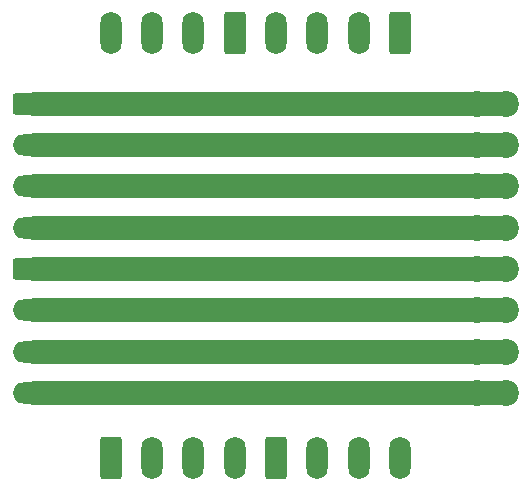
<source format=gbr>
%TF.GenerationSoftware,KiCad,Pcbnew,8.0.2*%
%TF.CreationDate,2024-09-12T21:38:04+02:00*%
%TF.ProjectId,splitX_pluggable_8p,73706c69-7458-45f7-906c-75676761626c,rev?*%
%TF.SameCoordinates,Original*%
%TF.FileFunction,Copper,L1,Top*%
%TF.FilePolarity,Positive*%
%FSLAX46Y46*%
G04 Gerber Fmt 4.6, Leading zero omitted, Abs format (unit mm)*
G04 Created by KiCad (PCBNEW 8.0.2) date 2024-09-12 21:38:04*
%MOMM*%
%LPD*%
G01*
G04 APERTURE LIST*
G04 Aperture macros list*
%AMRoundRect*
0 Rectangle with rounded corners*
0 $1 Rounding radius*
0 $2 $3 $4 $5 $6 $7 $8 $9 X,Y pos of 4 corners*
0 Add a 4 corners polygon primitive as box body*
4,1,4,$2,$3,$4,$5,$6,$7,$8,$9,$2,$3,0*
0 Add four circle primitives for the rounded corners*
1,1,$1+$1,$2,$3*
1,1,$1+$1,$4,$5*
1,1,$1+$1,$6,$7*
1,1,$1+$1,$8,$9*
0 Add four rect primitives between the rounded corners*
20,1,$1+$1,$2,$3,$4,$5,0*
20,1,$1+$1,$4,$5,$6,$7,0*
20,1,$1+$1,$6,$7,$8,$9,0*
20,1,$1+$1,$8,$9,$2,$3,0*%
G04 Aperture macros list end*
%TA.AperFunction,ComponentPad*%
%ADD10RoundRect,0.250000X-1.550000X0.650000X-1.550000X-0.650000X1.550000X-0.650000X1.550000X0.650000X0*%
%TD*%
%TA.AperFunction,ComponentPad*%
%ADD11O,3.600000X1.800000*%
%TD*%
%TA.AperFunction,ComponentPad*%
%ADD12RoundRect,0.250000X0.650000X1.550000X-0.650000X1.550000X-0.650000X-1.550000X0.650000X-1.550000X0*%
%TD*%
%TA.AperFunction,ComponentPad*%
%ADD13O,1.800000X3.600000*%
%TD*%
%TA.AperFunction,ComponentPad*%
%ADD14RoundRect,0.250000X-0.650000X-1.550000X0.650000X-1.550000X0.650000X1.550000X-0.650000X1.550000X0*%
%TD*%
%TA.AperFunction,ComponentPad*%
%ADD15C,2.200000*%
%TD*%
%TA.AperFunction,ViaPad*%
%ADD16C,0.500000*%
%TD*%
%TA.AperFunction,Conductor*%
%ADD17C,2.000000*%
%TD*%
G04 APERTURE END LIST*
D10*
%TO.P,J42,1,Pin_1*%
%TO.N,Net-(J12-Pin_4)*%
X138500000Y-95000000D03*
D11*
%TO.P,J42,2,Pin_2*%
%TO.N,Net-(J12-Pin_3)*%
X138500000Y-98500000D03*
%TO.P,J42,3,Pin_3*%
%TO.N,Net-(J12-Pin_2)*%
X138500000Y-102000000D03*
%TO.P,J42,4,Pin_4*%
%TO.N,Net-(J12-Pin_1)*%
X138500000Y-105500000D03*
%TD*%
D12*
%TO.P,J21,1,Pin_1*%
%TO.N,Net-(J11-Pin_1)*%
X169500000Y-89000000D03*
D13*
%TO.P,J21,2,Pin_2*%
%TO.N,Net-(J11-Pin_2)*%
X166000000Y-89000000D03*
%TO.P,J21,3,Pin_3*%
%TO.N,Net-(J11-Pin_3)*%
X162500000Y-89000000D03*
%TO.P,J21,4,Pin_4*%
%TO.N,Net-(J11-Pin_4)*%
X159000000Y-89000000D03*
%TD*%
D14*
%TO.P,J31,1,Pin_1*%
%TO.N,Net-(J11-Pin_4)*%
X159000000Y-125000000D03*
D13*
%TO.P,J31,2,Pin_2*%
%TO.N,Net-(J11-Pin_3)*%
X162500000Y-125000000D03*
%TO.P,J31,3,Pin_3*%
%TO.N,Net-(J11-Pin_2)*%
X166000000Y-125000000D03*
%TO.P,J31,4,Pin_4*%
%TO.N,Net-(J11-Pin_1)*%
X169500000Y-125000000D03*
%TD*%
D14*
%TO.P,J32,1,Pin_1*%
%TO.N,Net-(J12-Pin_4)*%
X145000000Y-125000000D03*
D13*
%TO.P,J32,2,Pin_2*%
%TO.N,Net-(J12-Pin_3)*%
X148500000Y-125000000D03*
%TO.P,J32,3,Pin_3*%
%TO.N,Net-(J12-Pin_2)*%
X152000000Y-125000000D03*
%TO.P,J32,4,Pin_4*%
%TO.N,Net-(J12-Pin_1)*%
X155500000Y-125000000D03*
%TD*%
D15*
%TO.P,J11,1,Pin_1*%
%TO.N,Net-(J11-Pin_1)*%
X176000000Y-119500000D03*
X178500000Y-119500000D03*
%TO.P,J11,2,Pin_2*%
%TO.N,Net-(J11-Pin_2)*%
X176000000Y-116000000D03*
X178500000Y-116000000D03*
%TO.P,J11,3,Pin_3*%
%TO.N,Net-(J11-Pin_3)*%
X176000000Y-112500000D03*
X178500000Y-112500000D03*
%TO.P,J11,4,Pin_4*%
%TO.N,Net-(J11-Pin_4)*%
X176000000Y-109000000D03*
X178500000Y-109000000D03*
%TD*%
D12*
%TO.P,J22,1,Pin_1*%
%TO.N,Net-(J12-Pin_1)*%
X155500000Y-89000000D03*
D13*
%TO.P,J22,2,Pin_2*%
%TO.N,Net-(J12-Pin_2)*%
X152000000Y-89000000D03*
%TO.P,J22,3,Pin_3*%
%TO.N,Net-(J12-Pin_3)*%
X148500000Y-89000000D03*
%TO.P,J22,4,Pin_4*%
%TO.N,Net-(J12-Pin_4)*%
X145000000Y-89000000D03*
%TD*%
D15*
%TO.P,J12,1,Pin_1*%
%TO.N,Net-(J12-Pin_1)*%
X176000000Y-105500000D03*
X178500000Y-105500000D03*
%TO.P,J12,2,Pin_2*%
%TO.N,Net-(J12-Pin_2)*%
X176000000Y-102000000D03*
X178500000Y-102000000D03*
%TO.P,J12,3,Pin_3*%
%TO.N,Net-(J12-Pin_3)*%
X176000000Y-98500000D03*
X178500000Y-98500000D03*
%TO.P,J12,4,Pin_4*%
%TO.N,Net-(J12-Pin_4)*%
X176000000Y-95000000D03*
X178500000Y-95000000D03*
%TD*%
D10*
%TO.P,J41,1,Pin_1*%
%TO.N,Net-(J11-Pin_4)*%
X138500000Y-109000000D03*
D11*
%TO.P,J41,2,Pin_2*%
%TO.N,Net-(J11-Pin_3)*%
X138500000Y-112500000D03*
%TO.P,J41,3,Pin_3*%
%TO.N,Net-(J11-Pin_2)*%
X138500000Y-116000000D03*
%TO.P,J41,4,Pin_4*%
%TO.N,Net-(J11-Pin_1)*%
X138500000Y-119500000D03*
%TD*%
D16*
%TO.N,Net-(J11-Pin_4)*%
X158500000Y-108500000D03*
X159500000Y-109500000D03*
X158500000Y-109500000D03*
X159500000Y-108500000D03*
%TO.N,Net-(J11-Pin_3)*%
X162000000Y-113000000D03*
X163000000Y-112000000D03*
X163000000Y-113000000D03*
X162000000Y-112000000D03*
%TO.N,Net-(J11-Pin_1)*%
X170000000Y-119000000D03*
X169000000Y-119000000D03*
X169000000Y-120000000D03*
X170000000Y-120000000D03*
%TO.N,Net-(J11-Pin_2)*%
X165500000Y-116500000D03*
X166500000Y-115500000D03*
X165500000Y-115500000D03*
X166500000Y-116500000D03*
%TO.N,Net-(J12-Pin_2)*%
X151500000Y-102500000D03*
X151500000Y-101500000D03*
X152500000Y-101500000D03*
X152500000Y-102500000D03*
%TO.N,Net-(J12-Pin_4)*%
X145500000Y-94500000D03*
X144500000Y-95500000D03*
X144500000Y-94500000D03*
X145500000Y-95500000D03*
%TO.N,Net-(J12-Pin_1)*%
X156000000Y-106000000D03*
X155000000Y-106000000D03*
X156000000Y-105000000D03*
X155000000Y-105000000D03*
%TO.N,Net-(J12-Pin_3)*%
X148000000Y-98000000D03*
X148000000Y-99000000D03*
X149000000Y-98000000D03*
X149000000Y-99000000D03*
%TD*%
D17*
%TO.N,Net-(J11-Pin_4)*%
X138500000Y-109000000D02*
X178500000Y-109000000D01*
%TO.N,Net-(J11-Pin_3)*%
X178500000Y-112500000D02*
X138500000Y-112500000D01*
%TO.N,Net-(J11-Pin_1)*%
X178500000Y-119500000D02*
X138500000Y-119500000D01*
%TO.N,Net-(J11-Pin_2)*%
X138500000Y-116000000D02*
X178500000Y-116000000D01*
%TO.N,Net-(J12-Pin_2)*%
X138500000Y-102000000D02*
X178500000Y-102000000D01*
%TO.N,Net-(J12-Pin_4)*%
X178500000Y-95000000D02*
X176000000Y-95000000D01*
X138500000Y-95000000D02*
X176000000Y-95000000D01*
%TO.N,Net-(J12-Pin_1)*%
X178500000Y-105500000D02*
X138500000Y-105500000D01*
%TO.N,Net-(J12-Pin_3)*%
X138500000Y-98500000D02*
X178500000Y-98500000D01*
%TD*%
M02*

</source>
